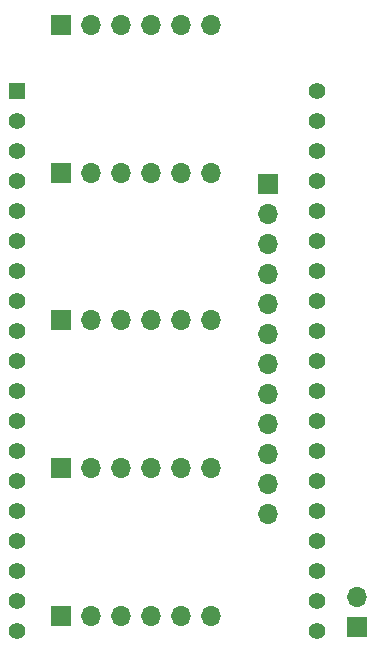
<source format=gbr>
%TF.GenerationSoftware,KiCad,Pcbnew,8.0.4-8.0.4-0~ubuntu24.04.1*%
%TF.CreationDate,2024-09-03T18:29:06+09:00*%
%TF.ProjectId,ESP32,45535033-322e-46b6-9963-61645f706362,rev?*%
%TF.SameCoordinates,Original*%
%TF.FileFunction,Copper,L1,Top*%
%TF.FilePolarity,Positive*%
%FSLAX46Y46*%
G04 Gerber Fmt 4.6, Leading zero omitted, Abs format (unit mm)*
G04 Created by KiCad (PCBNEW 8.0.4-8.0.4-0~ubuntu24.04.1) date 2024-09-03 18:29:06*
%MOMM*%
%LPD*%
G01*
G04 APERTURE LIST*
%TA.AperFunction,ComponentPad*%
%ADD10R,1.408000X1.408000*%
%TD*%
%TA.AperFunction,ComponentPad*%
%ADD11C,1.408000*%
%TD*%
%TA.AperFunction,ComponentPad*%
%ADD12R,1.700000X1.700000*%
%TD*%
%TA.AperFunction,ComponentPad*%
%ADD13O,1.700000X1.700000*%
%TD*%
G04 APERTURE END LIST*
D10*
%TO.P,U1,J2_1,3V3*%
%TO.N,+3V3*%
X146235000Y-85845000D03*
D11*
%TO.P,U1,J3_1,GND_J3_1*%
%TO.N,GND1*%
X171635000Y-85845000D03*
%TO.P,U1,J2_2,EN*%
%TO.N,unconnected-(U1-EN-PadJ2_2)*%
X146235000Y-88385000D03*
%TO.P,U1,J3_2,IO23*%
%TO.N,unconnected-(U1-IO23-PadJ3_2)*%
X171635000Y-88385000D03*
%TO.P,U1,J2_3,SENSOR_VP*%
%TO.N,unconnected-(U1-SENSOR_VP-PadJ2_3)*%
X146235000Y-90925000D03*
%TO.P,U1,J3_3,IO22*%
%TO.N,SCL*%
X171635000Y-90925000D03*
%TO.P,U1,J2_4,SENSOR_VN*%
%TO.N,unconnected-(U1-SENSOR_VN-PadJ2_4)*%
X146235000Y-93465000D03*
%TO.P,U1,J3_4,TXD0*%
%TO.N,unconnected-(U1-TXD0-PadJ3_4)*%
X171635000Y-93465000D03*
%TO.P,U1,J2_5,IO34*%
%TO.N,unconnected-(U1-IO34-PadJ2_5)*%
X146235000Y-96005000D03*
%TO.P,U1,J3_5,RXD0*%
%TO.N,unconnected-(U1-RXD0-PadJ3_5)*%
X171635000Y-96005000D03*
%TO.P,U1,J2_6,IO35*%
%TO.N,unconnected-(U1-IO35-PadJ2_6)*%
X146235000Y-98545000D03*
%TO.P,U1,J3_6,IO21*%
%TO.N,SDA*%
X171635000Y-98545000D03*
%TO.P,U1,J2_7,IO32*%
%TO.N,unconnected-(U1-IO32-PadJ2_7)*%
X146235000Y-101085000D03*
%TO.P,U1,J3_7,GND_J3_7*%
%TO.N,unconnected-(U1-GND_J3_7-PadJ3_7)*%
X171635000Y-101085000D03*
%TO.P,U1,J2_8,IO33*%
%TO.N,unconnected-(U1-IO33-PadJ2_8)*%
X146235000Y-103625000D03*
%TO.P,U1,J3_8,IO19*%
%TO.N,Net-(J6-Pin_4)*%
X171635000Y-103625000D03*
%TO.P,U1,J2_9,IO25*%
%TO.N,unconnected-(U1-IO25-PadJ2_9)*%
X146235000Y-106165000D03*
%TO.P,U1,J3_9,IO18*%
%TO.N,Net-(J6-Pin_3)*%
X171635000Y-106165000D03*
%TO.P,U1,J2_10,IO26*%
%TO.N,unconnected-(U1-IO26-PadJ2_10)*%
X146235000Y-108705000D03*
%TO.P,U1,J3_10,IO5*%
%TO.N,Net-(J6-Pin_2)*%
X171635000Y-108705000D03*
%TO.P,U1,J2_11,IO27*%
%TO.N,unconnected-(U1-IO27-PadJ2_11)*%
X146235000Y-111245000D03*
%TO.P,U1,J3_11,IO17*%
%TO.N,Net-(J6-Pin_1)*%
X171635000Y-111245000D03*
%TO.P,U1,J2_12,IO14*%
%TO.N,unconnected-(U1-IO14-PadJ2_12)*%
X146235000Y-113785000D03*
%TO.P,U1,J3_12,IO16*%
%TO.N,unconnected-(U1-IO16-PadJ3_12)*%
X171635000Y-113785000D03*
%TO.P,U1,J2_13,IO12*%
%TO.N,unconnected-(U1-IO12-PadJ2_13)*%
X146235000Y-116325000D03*
%TO.P,U1,J3_13,IO4*%
%TO.N,unconnected-(U1-IO4-PadJ3_13)*%
X171635000Y-116325000D03*
%TO.P,U1,J2_14,GND_J2_14*%
%TO.N,unconnected-(U1-GND_J2_14-PadJ2_14)*%
X146235000Y-118865000D03*
%TO.P,U1,J3_14,IO0*%
%TO.N,Net-(J9-Pin_2)*%
X171635000Y-118865000D03*
%TO.P,U1,J2_15,IO13*%
%TO.N,unconnected-(U1-IO13-PadJ2_15)*%
X146235000Y-121405000D03*
%TO.P,U1,J3_15,IO2*%
%TO.N,unconnected-(U1-IO2-PadJ3_15)*%
X171635000Y-121405000D03*
%TO.P,U1,J2_16,SD2*%
%TO.N,unconnected-(U1-SD2-PadJ2_16)*%
X146235000Y-123945000D03*
%TO.P,U1,J3_16,IO15*%
%TO.N,unconnected-(U1-IO15-PadJ3_16)*%
X171635000Y-123945000D03*
%TO.P,U1,J2_17,SD3*%
%TO.N,unconnected-(U1-SD3-PadJ2_17)*%
X146235000Y-126485000D03*
%TO.P,U1,J3_17,SD1*%
%TO.N,unconnected-(U1-SD1-PadJ3_17)*%
X171635000Y-126485000D03*
%TO.P,U1,J2_18,CMD*%
%TO.N,unconnected-(U1-CMD-PadJ2_18)*%
X146235000Y-129025000D03*
%TO.P,U1,J3_18,SD0*%
%TO.N,unconnected-(U1-SD0-PadJ3_18)*%
X171635000Y-129025000D03*
%TO.P,U1,J2_19,EXT_5V*%
%TO.N,VIN*%
X146235000Y-131565000D03*
%TO.P,U1,J3_19,CLK*%
%TO.N,unconnected-(U1-CLK-PadJ3_19)*%
X171635000Y-131565000D03*
%TD*%
D12*
%TO.P,J9,1,Pin_1*%
%TO.N,GND1*%
X175000000Y-131250000D03*
D13*
%TO.P,J9,2,Pin_2*%
%TO.N,Net-(J9-Pin_2)*%
X175000000Y-128710000D03*
%TD*%
%TO.P,J7,12,Pin_12*%
%TO.N,VCC1*%
X167500000Y-121690000D03*
%TO.P,J7,11,Pin_11*%
%TO.N,GND1*%
X167500000Y-119150000D03*
%TO.P,J7,10,Pin_10*%
%TO.N,VCC2*%
X167500000Y-116610000D03*
%TO.P,J7,9,Pin_9*%
%TO.N,GND1*%
X167500000Y-114070000D03*
%TO.P,J7,8,Pin_8*%
%TO.N,VCC3*%
X167500000Y-111530000D03*
%TO.P,J7,7,Pin_7*%
%TO.N,GND1*%
X167500000Y-108990000D03*
%TO.P,J7,6,Pin_6*%
X167500000Y-106450000D03*
%TO.P,J7,5,Pin_5*%
%TO.N,VCC4*%
X167500000Y-103910000D03*
%TO.P,J7,4,Pin_4*%
%TO.N,GND1*%
X167500000Y-101370000D03*
%TO.P,J7,3,Pin_3*%
%TO.N,VCC5*%
X167500000Y-98830000D03*
%TO.P,J7,2,Pin_2*%
%TO.N,GND1*%
X167500000Y-96290000D03*
D12*
%TO.P,J7,1,Pin_1*%
%TO.N,VIN*%
X167500000Y-93750000D03*
%TD*%
%TO.P,J1,1,Pin_1*%
%TO.N,+3V3*%
X149900000Y-130250000D03*
D13*
%TO.P,J1,2,Pin_2*%
%TO.N,GND1*%
X152440000Y-130250000D03*
%TO.P,J1,3,Pin_3*%
%TO.N,SDA*%
X154980000Y-130250000D03*
%TO.P,J1,4,Pin_4*%
%TO.N,SCL*%
X157520000Y-130250000D03*
%TO.P,J1,5,Pin_5*%
%TO.N,unconnected-(J1-Pin_5-Pad5)*%
X160060000Y-130250000D03*
%TO.P,J1,6,Pin_6*%
%TO.N,VCC1*%
X162600000Y-130250000D03*
%TD*%
D12*
%TO.P,J5,1,Pin_1*%
%TO.N,+3V3*%
X149900000Y-80250000D03*
D13*
%TO.P,J5,2,Pin_2*%
%TO.N,GND1*%
X152440000Y-80250000D03*
%TO.P,J5,3,Pin_3*%
%TO.N,SDA*%
X154980000Y-80250000D03*
%TO.P,J5,4,Pin_4*%
%TO.N,SCL*%
X157520000Y-80250000D03*
%TO.P,J5,5,Pin_5*%
%TO.N,unconnected-(J5-Pin_5-Pad5)*%
X160060000Y-80250000D03*
%TO.P,J5,6,Pin_6*%
%TO.N,VCC5*%
X162600000Y-80250000D03*
%TD*%
D12*
%TO.P,J3,1,Pin_1*%
%TO.N,+3V3*%
X149900000Y-105250000D03*
D13*
%TO.P,J3,2,Pin_2*%
%TO.N,GND1*%
X152440000Y-105250000D03*
%TO.P,J3,3,Pin_3*%
%TO.N,SDA*%
X154980000Y-105250000D03*
%TO.P,J3,4,Pin_4*%
%TO.N,SCL*%
X157520000Y-105250000D03*
%TO.P,J3,5,Pin_5*%
%TO.N,unconnected-(J3-Pin_5-Pad5)*%
X160060000Y-105250000D03*
%TO.P,J3,6,Pin_6*%
%TO.N,VCC3*%
X162600000Y-105250000D03*
%TD*%
D12*
%TO.P,J4,1,Pin_1*%
%TO.N,+3V3*%
X149900000Y-92750000D03*
D13*
%TO.P,J4,2,Pin_2*%
%TO.N,GND1*%
X152440000Y-92750000D03*
%TO.P,J4,3,Pin_3*%
%TO.N,SDA*%
X154980000Y-92750000D03*
%TO.P,J4,4,Pin_4*%
%TO.N,SCL*%
X157520000Y-92750000D03*
%TO.P,J4,5,Pin_5*%
%TO.N,unconnected-(J4-Pin_5-Pad5)*%
X160060000Y-92750000D03*
%TO.P,J4,6,Pin_6*%
%TO.N,VCC4*%
X162600000Y-92750000D03*
%TD*%
D12*
%TO.P,J2,1,Pin_1*%
%TO.N,+3V3*%
X149900000Y-117750000D03*
D13*
%TO.P,J2,2,Pin_2*%
%TO.N,GND1*%
X152440000Y-117750000D03*
%TO.P,J2,3,Pin_3*%
%TO.N,SDA*%
X154980000Y-117750000D03*
%TO.P,J2,4,Pin_4*%
%TO.N,SCL*%
X157520000Y-117750000D03*
%TO.P,J2,5,Pin_5*%
%TO.N,unconnected-(J2-Pin_5-Pad5)*%
X160060000Y-117750000D03*
%TO.P,J2,6,Pin_6*%
%TO.N,VCC2*%
X162600000Y-117750000D03*
%TD*%
M02*

</source>
